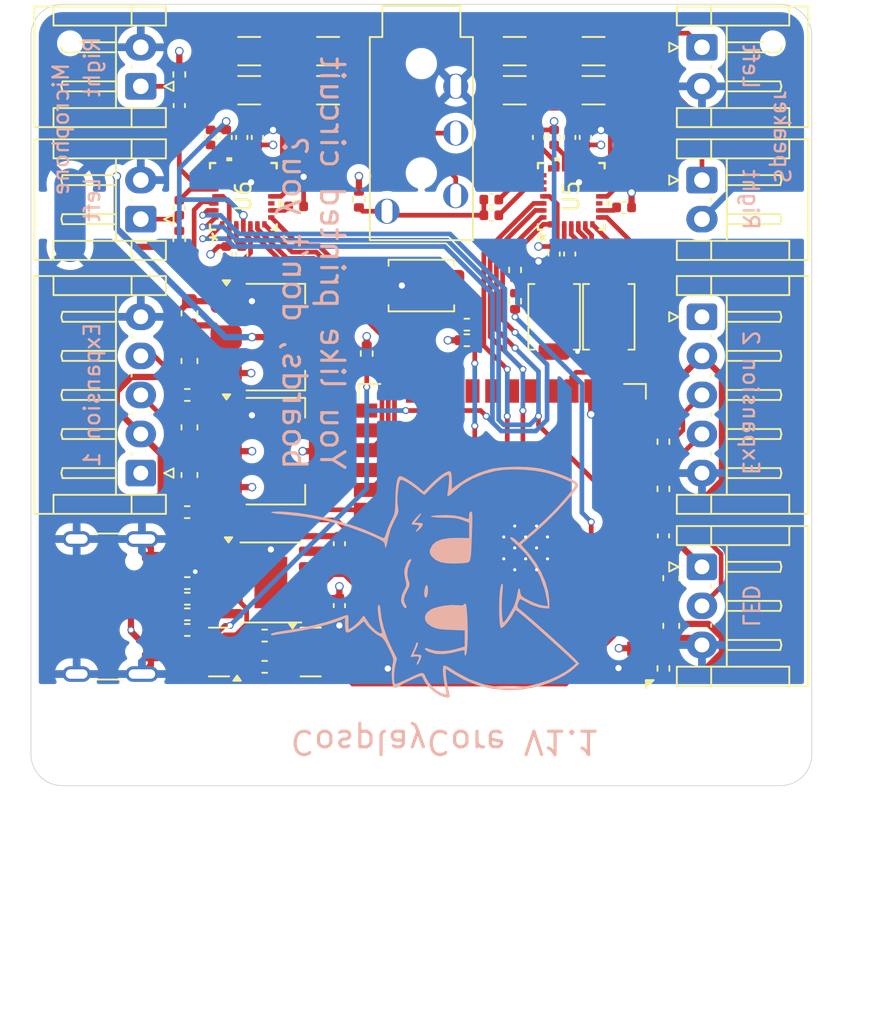
<source format=kicad_pcb>
(kicad_pcb (version 20241229) (generator "pcbnew") (generator_version "9.0")
  (layers (0 "F.Cu" signal) (4 "In1.Cu" signal) (6 "In2.Cu" signal) (2 "B.Cu" signal) (13 "F.Paste" user) (15 "B.Paste" user) (5 "F.SilkS" user "F.Silkscreen") (7 "B.SilkS" user "B.Silkscreen") (1 "F.Mask" user) (3 "B.Mask" user) (25 "Edge.Cuts" user))
  (net 0 "")
  (net 1 "+3V3D")
  (net 2 "GND")
  (net 3 "+5V")
  (net 4 "Net-(U2-V3)")
  (net 5 "+3V3A")
  (net 6 "GNDA")
  (net 7 "/Headset_Left")
  (net 8 "/Headset_Right")
  (net 9 "/Headset_Mic")
  (net 10 "Net-(U5-ROUT1)")
  (net 11 "Net-(U5-HPCOM)")
  (net 12 "/Mic_Left")
  (net 13 "/Mic_Right")
  (net 14 "/MOSI")
  (net 15 "Net-(U5-LOUT1)")
  (net 16 "Net-(U5-VMID)")
  (net 17 "/SPI_CLK")
  (net 18 "Net-(U5-VREF)")
  (net 19 "Net-(U5-LINPUT1)")
  (net 20 "Net-(U5-RINPUT1)")
  (net 21 "/GPIO0")
  (net 22 "/MCU_EN")
  (net 23 "/Ext->Int_Out")
  (net 24 "/Ext->Int_CLK")
  (net 25 "/Ext->Int_LRC")
  (net 27 "/Ext->Int_In")
  (net 28 "/Int->Ext_Select")
  (net 29 "/Int->Ext_LRC")
  (net 30 "Net-(J1-CC2)")
  (net 31 "/Int->Ext_Out")
  (net 32 "/Int->Ext_CLK")
  (net 33 "/Speaker_Right")
  (net 34 "/Int->Ext_In")
  (net 35 "/Speaker_Left")
  (net 36 "Net-(J1-D+-PadA6)")
  (net 38 "Net-(J1-D--PadA7)")
  (net 39 "Net-(J1-CC1)")
  (net 40 "/RTS")
  (net 41 "Net-(Q1-B)")
  (net 42 "/DTR")
  (net 43 "Net-(Q2-B)")
  (net 44 "/USB_D-")
  (net 45 "/USB_D+")
  (net 46 "/Prog_TX")
  (net 47 "/LED_Data")
  (net 49 "/Prog_RX")
  (net 55 "Net-(U6-ROUT1)")
  (net 56 "Net-(U6-HPCOM)")
  (net 57 "Net-(U6-LOUT1)")
  (net 58 "Net-(U6-VMID)")
  (net 59 "Net-(U6-VREF)")
  (net 60 "Net-(U6-LINPUT1)")
  (net 61 "Net-(U6-RINPUT1)")
  (net 67 "/Ext->Int_Select")
  (net 71 "unconnected-(U8-NC-Pad17)")
  (net 80 "/Gen_Button")
  (net 81 "Net-(R11-Pad1)")
  (net 82 "/Out_CLK1")
  (net 83 "/Out_DAT1")
  (net 84 "/Out_CLK2")
  (net 85 "/Out_DAT2")
  (net 86 "Net-(R18-Pad1)")
  (net 87 "Net-(R19-Pad1)")
  (footprint "MountingHole:ToolingHole_1.152mm" (layer "F.Cu") (at 170.5 123.5)
    (property "Reference" "H3" (hide yes))
    (property "Value" "ToolingHole")
  )
  (footprint "Connector_JST:JST_EH_S2B-EH_1x02_P2.50mm_Horizontal" (layer "F.Cu") (at 165.9675 87.25 -90)
    (property "Reference" "J7" (hide yes))
    (property "Value" "Right_Speaker")
  )
  (footprint "Capacitor_SMD:C_1206_3216Metric" (layer "F.Cu") (at 136.975 81.5 180)
    (property "Reference" "C30" (hide yes))
    (property "Value" "100u")
  )
  (footprint "Button_Switch_SMD:SW_SPST_TS-1088-xR020" (layer "F.Cu") (at 156.5 96 90)
    (property "Reference" "SW2" (hide yes))
    (property "Value" "SW_Push")
  )
  (footprint "Capacitor_SMD:C_0603_1608Metric" (layer "F.Cu") (at 133.15 106.125 -90)
    (property "Reference" "C1" (hide yes))
    (property "Value" "10u")
  )
  (footprint "Capacitor_SMD:C_1206_3216Metric" (layer "F.Cu") (at 159.025 81.5 180)
    (property "Reference" "C14" (hide yes))
    (property "Value" "100u")
  )
  (footprint "Capacitor_SMD:C_0402_1005Metric" (layer "F.Cu") (at 136.5 91.98 90)
    (property "Reference" "C28" (hide yes))
    (property "Value" "100n")
  )
  (footprint "Button_Switch_SMD:SW_SPST_TS-1088-xR020" (layer "F.Cu") (at 148 94)
    (property "Reference" "SW3" (hide yes))
    (property "Value" "SW_Push")
  )
  (footprint "Resistor_SMD:R_0402_1005Metric" (layer "F.Cu") (at 132.5 91.01 -90)
    (property "Reference" "R8" (hide yes))
    (property "Value" "10k")
  )
  (footprint "Capacitor_SMD:C_0402_1005Metric" (layer "F.Cu") (at 135.5 91.98 90)
    (property "Reference" "C25" (hide yes))
    (property "Value" "100n")
  )
  (footprint "Capacitor_SMD:C_1206_3216Metric" (layer "F.Cu") (at 159.025 79 180)
    (property "Reference" "C13" (hide yes))
    (property "Value" "100u")
  )
  (footprint "Resistor_SMD:R_0402_1005Metric" (layer "F.Cu") (at 150.91 97.5 180)
    (property "Reference" "R7" (hide yes))
    (property "Value" "51k")
  )
  (footprint "Capacitor_SMD:C_0402_1005Metric" (layer "F.Cu") (at 163.5 110.02 -90)
    (property "Reference" "C4" (hide yes))
    (property "Value" "100n")
  )
  (footprint "Connector_JST:JST_EH_S5B-EH_1x05_P2.50mm_Horizontal" (layer "F.Cu") (at 130.0325 106 90)
    (property "Reference" "J2" (hide yes))
    (property "Value" "I2C")
  )
  (footprint "Capacitor_SMD:C_0402_1005Metric" (layer "F.Cu") (at 157.5 84.52 -90)
    (property "Reference" "C23" (hide yes))
    (property "Value" "4.7u")
  )
  (footprint "Connector_JST:JST_EH_S2B-EH_1x02_P2.50mm_Horizontal" (layer "F.Cu") (at 165.9675 78.75 -90)
    (property "Reference" "J5" (hide yes))
    (property "Value" "Left_Speaker")
  )
  (footprint "Connector_JST:JST_EH_S2B-EH_1x02_P2.50mm_Horizontal" (layer "F.Cu") (at 130.0325 89.75 90)
    (property "Reference" "J4" (hide yes))
    (property "Value" "Left_Mic")
  )
  (footprint "Capacitor_SMD:C_0603_1608Metric" (layer "F.Cu") (at 133.15 95.775 -90)
    (property "Reference" "C40" (hide yes))
    (property "Value" "22u")
  )
  (footprint "Capacitor_SMD:C_0402_1005Metric" (layer "F.Cu") (at 135.5 84.52 -90)
    (property "Reference" "C33" (hide yes))
    (property "Value" "4.7u")
  )
  (footprint "Capacitor_SMD:C_0402_1005Metric" (layer "F.Cu") (at 156.5 91.98 90)
    (property "Reference" "C12" (hide yes))
    (property "Value" "100n")
  )
  (footprint "Resistor_SMD:R_0402_1005Metric" (layer "F.Cu") (at 163.5 103.99 90)
    (property "Reference" "R15" (hide yes))
    (property "Value" "5.1k" (hide yes))
  )
  (footprint "MountingHole:ToolingHole_1.152mm" (layer "F.Cu") (at 170.5 78.5)
    (property "Reference" "H5" (hide yes))
    (property "Value" "ToolingHole")
  )
  (footprint "Resistor_SMD:R_0402_1005Metric" (layer "F.Cu") (at 137.965 116.4)
    (property "Reference" "R5" (hide yes))
    (property "Value" "10k")
  )
  (footprint "Connector_USB:USB_C_Receptacle_GCT_USB4105-xx-A_16P_TopMnt_Horizontal" (layer "F.Cu") (at 127 114.54 -90)
    (property "Reference" "J1" (hide yes))
    (property "Value" "USB Port")
  )
  (footprint "Package_TO_SOT_SMD:SOT-223-3_TabPin2" (layer "F.Cu") (at 138.65 104.6)
    (property "Reference" "U1" (hide yes))
    (property "Value" "AMS1117-3.3")
  )
  (footprint "Capacitor_SMD:C_0402_1005Metric" (layer "F.Cu") (at 155.5 84.52 -90)
    (property "Reference" "C19" (hide yes))
    (property "Value" "4.7u")
  )
  (footprint "Capacitor_SMD:C_1206_3216Metric" (layer "F.Cu") (at 136.975 79 180)
    (property "Reference" "C31" (hide yes))
    (property "Value" "100u")
  )
  (footprint "Capacitor_SMD:C_0402_1005Metric" (layer "F.Cu") (at 152.48 89.5)
    (property "Reference" "C21" (hide yes))
    (property "Value" "1u")
  )
  (footprint "Capacitor_SMD:C_0402_1005Metric" (layer "F.Cu") (at 157.5 91.98 90)
    (property "Reference" "C15" (hide yes))
    (property "Value" "100n")
  )
  (footprint "Capacitor_SMD:C_1206_3216Metric" (layer "F.Cu") (at 153.975 79 180)
    (property "Reference" "C18" (hide yes))
    (property "Value" "100u")
  )
  (footprint "Resistor_SMD:R_0402_1005Metric" (layer "F.Cu") (at 144.5 98.348403 90)
    (property "Reference" "R14" (hide yes))
    (property "Value" "10k")
  )
  (footprint "Capacitor_SMD:C_0603_1608Metric" (layer "F.Cu") (at 164 115.775 -90)
    (property "Reference" "C10" (hide yes))
    (property "Value" "1u")
  )
  (footprint "Capacitor_SMD:C_0402_1005Metric" (layer "F.Cu") (at 156.5 84.52 -90)
    (property "Reference" "C20" (hide yes))
    (property "Value" "4.7u")
  )
  (footprint "Capacitor_SMD:C_0402_1005Metric" (layer "F.Cu") (at 142.75 110.52 90)
    (property "Reference" "C6" (hide yes))
    (property "Value" "100n")
  )
  (footprint "Capacitor_SMD:C_0402_1005Metric" (layer "F.Cu") (at 134.5 84.52 -90)
    (property "Reference" "C32" (hide yes))
    (property "Value" "4.7u")
  )
  (footprint "Capacitor_SMD:C_0402_1005Metric" (layer "F.Cu") (at 142.75 114.48 90)
    (property "Reference" "C5" (hide yes))
    (property "Value" "100n")
  )
  (footprint "Resistor_SMD:R_0402_1005Metric" (layer "F.Cu") (at 150.91 96.5)
    (property "Reference" "R11" (hide yes))
    (property "Value" "1k")
  )
  (footprint "Resistor_SMD:R_0402_1005Metric" (layer "F.Cu") (at 133.01 115.04)
    (property "Reference" "R2" (hide yes))
    (property "Value" "22")
  )
  (footprint "Package_SO:SSOP-10-1EP_3.9x4.9mm_P1mm_EP2.1x3.3mm" (layer "F.Cu") (at 138.3625 113)
    (property "Reference" "U2" (hide yes))
    (property "Value" "CH340K")
  )
  (footprint "MountingHole:ToolingHole_1.152mm" (layer "F.Cu") (at 125.5 123.5)
    (property "Reference" "H4" (hide yes))
    (property "Value" "ToolingHole")
  )
  (footprint "PJ-320A:PJ-320A" (layer "F.Cu") (at 150.2 76.095 -90)
    (property "Reference" "U4" (hide yes))
    (property "Value" "Headphone Jack")
  )
  (footprint "Package_TO_SOT_SMD:SOT-23" (layer "F.Cu") (at 135.0375 117.45 180)
    (property "Reference" "Q2" (hide yes))
    (property "Value" "MMBT3904")
  )
  (footprint "Capacitor_SMD:C_0402_1005Metric" (layer "F.Cu") (at 160.98 89)
    (property "Reference" "C16" (hide yes))
    (property "Value" "4.7u")
  )
  (footprint "Resistor_SMD:R_0402_1005Metric" (layer "F.Cu") (at 133 108.5 180)
    (property "Reference" "R17" (hide yes))
    (property "Value" "5.1k" (hide yes))
  )
  (footprint "RF_Module:ESP32-WROOM-32E" (layer "F.Cu") (at 153.17665 113.247678 180)
    (property "Reference" "U8" (hide yes))
    (property "Value" "ESP32-WROOM-32E")
  )
  (footprint "Connector_JST:JST_EH_S3B-EH_1x03_P2.50mm_Horizontal" (layer "F.Cu") (at 165.9675 112 -90)
    (property "Reference" "J3" (hide yes))
    (property "Value" "LED")
  )
  (footprint "Resistor_SMD:R_0402_1005Metric" (layer "F.Cu") (at 137.965 118.4 180)
    (property "Reference" "R6" (hide yes))
    (property "Value" "10k")
  )
  (footprint "footprints:QFN28_4X4_CIR" (layer "F.Cu") (at 157.599999 88.2907 90)
    (property "Reference" "U5")
    (property "Value" "WM8988LGECN/V")
  )
  (footprint "Capacitor_SMD:C_0402_1005Metric" (layer "F.Cu") (at 132.5 82.48 -90)
    (property "Reference" "C37" (hide yes))
    (property "Value" "1u")
  )
  (footprint "Connector_JST:JST_EH_S2B-EH_1x02_P2.50mm_Horizontal" (layer "F.Cu") (at 130.0325 81.25 90)
    (property "Reference" "J6" (hide yes))
    (property "Value" "Right_Mic")
  )
  (footprint "Capacitor_SMD:C_0402_1005Metric" (layer "F.Cu") (at 136.5 84.52 -90)
    (property "Reference" "C36" (hide yes))
    (property "Value" "4.7u")
  )
  (footprint "Resistor_SMD:R_0402_1005Metric" (layer "F.Cu") (at 132.5 80.49 90)
    (property "Reference" "R10" (hide yes))
    (property "Value" "10k")
  )
  (footprint "Package_TO_SOT_SMD:SOT-223-3_TabPin2" (layer "F.Cu") (at 138.65 97.3)
    (property "Reference" "U7" (hide yes))
    (property "Value" "AMS1117-3.3")
  )
  (footprint "footprints:QFN28_4X4_CIR" (layer "F.Cu") (at 136.599999 88.2907 90)
    (property "Reference" "U6")
    (property "Value" "WM8988LGECN/V")
  )
  (footprint "Resistor_SMD:R_0402_1005Metric" (layer "F.Cu") (at 163.5 107.01 90)
    (property "Reference" "R12" (hide yes))
    (property "Value" "5.1k" (hide yes))
  )
  (footprint "Resistor_SMD:R_0402_1005Metric" (layer "F.Cu") (at 144 88.49 -90)
    (property "Reference" "R9" (hide yes))
    (property "Value" "10k")
  )
  (footprint "Package_TO_SOT_SMD:SOT-23" (layer "F.Cu") (at 140.9125 117.45)
    (property "Reference" "Q1" (hide yes))
    (property "Value" "MMBT3904")
  )
  (footprint "Resistor_SMD:R_0402_1005Metric" (layer "F.Cu") (at 133.01 116.04)
    (property "Reference" "R4" (hide yes))
    (property "Value" "5.1k")
  )
  (footprint "Resistor_SMD:R_0402_1005Metric" (layer "F.Cu") (at 163.5 118.5 -90)
    (property "Reference" "R13" (hide yes))
    (property "Value" "10k")
  )
  (footprint "Capacitor_SMD:C_1206_3216Metric" (layer "F.Cu") (at 142.025 81.5 180)
    (property "Reference" "C27" (hide yes))
    (property "Value" "100u")
  )
  (footprint "Capacitor_SMD:C_0402_1005Metric" (layer "F.Cu") (at 152.48 88.5)
    (property "Reference" "C24" (hide yes))
    (property "Value" "1u")
  )
  (footprint "Resistor_SMD:R_0402_1005Metric" (layer "F.Cu") (at 154 95 -90)
    (property "Reference" "R19" (hide yes))
    (property "Value" "1k")
  )
  (footprint "Capacitor_SMD:C_0402_1005Metric" (layer "F.Cu") (at 158.5 84.52 -90)
    (property "Reference" "C22" (hide yes))
    (property "Value" "4.7u")
  )
  (footprint "Resistor_SMD:R_0402_1005Metric" (layer "F.Cu") (at 133.01 113.04)
    (property "Reference" "R3" (hide yes))
    (property "Value" "5.1k")
  )
  (footprint "Capacitor_SMD:C_0603_1608Metric" (layer "F.Cu") (at 164 112.725 -90)
    (property "Reference" "C9" (hide yes))
    (property "Value" "100n")
  )
  (footprint "Capacitor_SMD:C_0603_1608Metric" (layer "F.Cu") (at 133.15 103.075 -90)
    (property "Reference" "C3" (hide yes))
    (property "Value" "22u")
  )
  (footprint "Resistor_SMD:R_0402_1005Metric" (layer "F.Cu") (at 154 93 90)
    (property "Reference" "R18" (hide yes))
    (property "Value" "1k")
  )
  (footprint "Capacitor_SMD:C_0402_1005Metric" (layer "F.Cu") (at 132.5 89.02 90)
    (property "Reference" "C34" (hide yes))
    (property "Value" "1u")
  )
  (footprint "MountingHole:ToolingHole_1.152mm" (layer "F.Cu") (at 125.5 78.5)
    (property "Reference" "H2" (hide yes))
    (property "Value" "ToolingHole")
  )
  (footprint "Resistor_SMD:R_0402_1005Metric" (layer "F.Cu") (at 133.01 114.04)
    (property "Reference" "R1" (hide yes))
    (property "Value" "22")
  )
  (footprint "Capacitor_SMD:C_1206_3216Metric" (layer "F.Cu") (at 153.975 81.5 180)
    (property "Reference" "C17" (hide yes))
    (property "Value" "100u")
  )
  (footprint "Button_Switch_SMD:SW_SPST_TS-1088-xR020" (layer "F.Cu") (at 160 96 90)
    (property "Reference" "SW1" (hide yes))
    (property "Value" "SW_Push")
  )
  (footprint "Connector_JST:JST_EH_S5B-EH_1x05_P2.50mm_Horizontal" (layer "F.Cu") (at 165.9675 96 -90)
    (property "Reference" "J8" (hide yes))
    (property "Value" "I2C")
  )
  (footprint "Capacitor_SMD:C_1206_3216Metric" (layer "F.Cu") (at 142.025 79 180)
    (property "Reference" "C26" (hide yes))
    (property "Value" "100u")
  )
  (footprint "Capacitor_SMD:C_0603_1608Metric" (layer "F.Cu") (at 133.15 98.825 -90)
    (property "Reference" "C39" (hide yes))
    (property "Value" "10u")
  )
  (footprint "Resistor_SMD:R_0402_1005Metric" (layer "F.Cu") (at 133.01 101)
    (property "Reference" "R16" (hide yes))
    (property "Value" "5.1k" (hide yes))
  )
  (footprint "Capacitor_SMD:C_0402_1005Metric" (layer "F.Cu") (at 139.98 88.931199)
    (property "Reference" "C29" (hide yes))
    (property "Value" "4.7u")
  )
  (footprint "Capacitor_SMD:C_0402_1005Metric" (layer "F.Cu") (at 137.5 84.52 -90)
    (property "Reference" "C35" (hide yes))
    (property "Value" "4.7u")
  )
  (footprint "NetTie:NetTie-2_SMD_Pad2.0mm" (layer "B.Cu") (at 125.5 89.5 90)
    (property "Reference" "NT2" (hide yes))
    (property "Value" "NetTie_2" (hide yes))
  )
  (footprint "LOGO" (layer "B.Cu") (at 149 113 90)
    (property "Reference" "G***" (hide yes))
    (property "Value" "LOGO" (hide yes))
  )
  (gr_line (start 173 78) (end 173 124) (stroke (width 0.05)) (layer "Edge.Cuts"))
  (gr_arc (start 171 76) (mid 172.414214 76.585786) (end 173 78) (stroke (width 0.05)) (layer "Edge.Cuts"))
  (gr_line (start 123 124) (end 123 78) (stroke (width 0.05)) (layer "Edge.Cuts"))
  (gr_arc (start 125 126) (mid 123.585786 125.414214) (end 123 124) (stroke (width 0.05)) (layer "Edge.Cuts"))
  (gr_arc (start 123 78) (mid 123.585786 76.585786) (end 125 76) (stroke (width 0.05)) (layer "Edge.Cuts"))
  (gr_line (start 125 76) (end 171 76) (stroke (width 0.05)) (layer "Edge.Cuts"))
  (gr_line (start 171 126) (end 125 126) (stroke (width 0.05)) (layer "Edge.Cuts"))
  (gr_arc (start 173 124) (mid 172.414214 125.414214) (end 171 126) (stroke (width 0.05)) (layer "Edge.Cuts"))
  (gr_text "Right" (at 168.5 88.5 270) (layer "B.SilkS") (effects (font (size 1 1)) (justify bottom mirror)))
  (gr_text "Left" (at 127.5 88.5 90) (layer "B.SilkS") (effects (font (size 1 1)) (justify bottom mirror)))
  (gr_text "Speaker" (at 170.5 84.5 270) (layer "B.SilkS") (effects (font (size 1 1)) (justify bottom mirror)))
  (gr_text "CosplayCore V1.1" (at 139.5 122.325 180) (layer "B.SilkS") (effects (font (size 1.5 1.5) (thickness 0.2)) (justify left bottom mirror)))
  (gr_text "LED" (at 168.5 114.5 270) (layer "B.SilkS") (effects (font (size 1 1)) (justify bottom mirror)))
  (gr_text "Left" (at 168.5 80 270) (layer "B.SilkS") (effects (font (size 1 1)) (justify bottom mirror)))
  (gr_text "You like printed circuit\nboards, don't you?" (at 139 105.91 270) (layer "B.SilkS") (effects (font (size 1.5 1.5) (thickness 0.2)) (justify left bottom mirror)))
  (gr_text "Right" (at 127.5 80 90) (layer "B.SilkS") (effects (font (size 1 1)) (justify bottom mirror)))
  (gr_text "Expansion 2" (at 168.5 101.5 270) (layer "B.SilkS") (effects (font (size 1 1)) (justify bottom mirror)))
  (gr_text "Microphone" (at 125.5 84 90) (layer "B.SilkS") (effects (font (size 1 1)) (justify bottom mirror)))
  (gr_text "Expansion 1" (at 127.5 101 90) (layer "B.SilkS") (effects (font (size 1 1)) (justify bottom mirror)))
  (segment (start 167.2435 106.47676) (end 167.2435 99.776) (width 0.4) (layer "F.Cu") (net 1))
  (segment (start 160.65 117.208403) (end 162 117.208403) (width 0.4) (layer "F.Cu") (net 1))
  (segment (start 144.5 97.838403) (end 144.5 97.25) (width 0.4) (layer "F.Cu") (net 1))
  (segment (start 164 115) (end 164.651 115.651) (width 0.4) (layer "F.Cu") (net 1))
  (segment (start 165.71026 119.01) (end 163.5 119.01) (width 0.4) (layer "F.Cu") (net 1))
  (segment (start 135.699998 90.0814) (end 135.699998 91.300002) (width 0.3) (layer "F.Cu") (net 1))
  (segment (start 161.92665 117.237678) (end 162.237678 117.237678) (width 0.2) (layer "F.Cu") (net 1))
  (segment (start 156.699998 88.786498) (end 156.699998 90.0814) (width 0.3) (layer "F.Cu") (net 1))
  (segment (start 163.5 100.9675) (end 165.9675 98.5) (width 0.4) (layer "F.Cu") (net 1))
  (segment (start 141 114) (end 142.75 114) (width 0.4) (layer "F.Cu") (net 1))
  (segment (start 133.15 103.85) (end 134.75 103.85) (width 0.4) (layer "F.Cu") (net 1))
  (segment (start 135.699998 91.300002) (end 135.5 91.5) (width 0.3) (layer "F.Cu") (net 1))
  (segment (start 128.5 101.9675) (end 130.0325 103.5) (width 0.4) (layer "F.Cu") (net 1))
  (segment (start 156.5 91.5) (end 155.5 91.5) (width 0.3) (layer "F.Cu") (net 1))
  (segment (start 135.699998 88.699998) (end 135.699998 90.0814) (width 0.3) (layer "F.Cu") (net 1))
  (segment (start 136.15 90.0814) (end 136.15 91.15) (width 0.3) (layer "F.Cu") (net 1))
  (segment (start 162.979 118.489) (end 163.5 119.01) (width 0.2) (layer "F.Cu") (net 1))
  (segment (start 156.699998 91.300002) (end 156.5 91.5) (width 0.3) (layer "F.Cu") (net 1))
  (segment (start 167.2435 99.776) (end 165.9675 98.5) (width 0.4) (layer "F.Cu") (net 1))
  (segment (start 166.20026 107.52) (end 167.2435 106.47676) (width 0.4) (layer "F.Cu") (net 1))
  (segment (start 156.699998 90.0814) (end 156.699998 91.300002) (width 0.3) (layer "F.Cu") (net 1))
  (segment (start 131.349 99.849) (end 129.43074 99.849) (width 0.4) (layer "F.Cu") (net 1))
  (segment (start 134.809299 88.2907) (end 135.2907 88.2907) (width 0.3) (layer "F.Cu") (net 1))
  (segment (start 132.49 108.5) (end 131.3085 107.3185) (width 0.4) (layer "F.Cu") (net 1))
  (segment (start 162.979 117.979) (end 162.979 118.489) (width 0.2) (layer "F.Cu") (net 1))
  (segment (start 163.5 103.48) (end 163.5 100.9675) (width 0.4) (layer "F.Cu") (net 1))
  (segment (start 167.2435 117.47676) (end 165.71026 119.01) (width 0.4) (layer "F.Cu") (net 1))
  (segment (start 164 113.5) (end 164 115) (width 0.4) (layer "F.Cu") (net 1))
  (segment (start 155.809299 88.2907) (end 156.2042 88.2907) (width 0.3) (layer "F.Cu") (net 1))
  (segment (start 156.5 91.5) (end 157.5 91.5) (width 0.3) (layer "F.Cu") (net 1))
  (segment (start 135.2907 88.2907) (end 135.699998 88.699998) (width 0.3) (layer "F.Cu") (net 1))
  (segment (start 135.5 91.5) (end 135 91.5) (width 0.3) (layer "F.Cu") (net 1))
  (segment (start 157.15 90.0814) (end 157.15 91.15) (width 0.3) (layer "F.Cu") (net 1))
  (segment (start 135 91.5) (end 134.5 92) (width 0.3) (layer "F.Cu") (net 1))
  (segment (start 136.5 91.5) (end 135.5 91.5) (width 0.3) (layer "F.Cu") (net 1))
  (segment (start 135.5 104.6) (end 137.15 104.6) (width 0.4) (layer "F.Cu") (net 1))
  (segment (start 131.3085 104.776) (end 130.0325 103.5) (width 0.4) (layer "F.Cu") (net 1))
  (segment (start 142.75 114) (end 142.75 113.25) (width 0.4) (layer "F.Cu") (net 1))
  (segment (start 129.43074 99.849) (end 128.5 100.77974) (width 0.4) (layer "F.Cu") (net 1))
  (segment (start 131.3085 107.3185) (end 131.3085 104.776) (width 0.4) (layer "F.Cu") (net 1))
  (segment (start 157.15 91.15) (end 157.5 91.5) (width 0.3) (layer "F.Cu") (net 1))
  (segment (start 128.5 100.77974) (end 128.5 101.9675) (width 0.4) (layer "F.Cu") (net 1))
  (segment (start 166.37126 115.651) (end 167.2435 116.52324) (width 0.4) (layer "F.Cu") (net 1))
  (segment (start 136.15 91.15) (end 136.5 91.5) (width 0.3) (layer "F.Cu") (net 1))
  (segment (start 140.4 104.6) (end 141.8 104.6) (width 0.4) (layer "F.Cu") (net 1))
  (segment (start 163.5 107.52) (end 166.20026 107.52) (width 0.4) (layer "F.Cu") (net 1))
  (segment (start 156.2042 88.2907) (end 156.699998 88.786498) (width 0.3) (layer "F.Cu") (net 1))
  (segment (start 132.5 101) (end 131.349 99.849) (width 0.4) (layer "F.Cu") (net 1))
  (segment (start 149.7 97.5) (end 150.4 97.5) (width 0.4) (layer "F.Cu") (net 1))
  (segment (start 167.2435 116.52324) (end 167.2435 117.47676) (width 0.4) (layer "F.Cu") (net 1))
  (segment (start 134.75 103.85) (end 135.5 104.6) (width 0.4) (layer "F.Cu") (net 1))
  (segment (start 162.237678 117.237678) (end 162.979 117.979) (width 0.2) (layer "F.Cu") (net 1))
  (segment (start 164.651 115.651) (end 166.37126 115.651) (width 0.4) (layer "F.Cu") (net 1))
  (via (at 140.4 104.6) (size 0.55) (drill 0.4) (layers "F.Cu" "B.Cu") (net 1))
  (via (at 155.5 91.5) (size 0.55) (drill 0.4) (layers "F.Cu" "B.Cu") (net 1))
  (via (at 149.7 97.5) (size 0.55) (drill 0.4) (layers "F.Cu" "B.Cu") (net 1))
  (via (at 144.5 97.25) (size 0.55) (drill 0.4) (layers "F.Cu" "B.Cu") (net 1))
  (via (at 137.15 104.6) (size 0.55) (drill 0.4) (layers "F.Cu" "B.Cu") (net 1))
  (via (at 160.65 117.208403) (size 0.55) (drill 0.4) (layers "F.Cu" "B.Cu") (net 1))
  (via (at 142.75 113.25) (size 0.55) (drill 0.4) (layers "F.Cu" "B.Cu") (net 1))
  (via (at 134.5 92) (size 0.55) (drill 0.4) (layers "F.Cu" "B.Cu") (net 1))
  (segment (start 157.599999 90.0814) (end 157.599999 90.733161) (width 0.3) (layer "F.Cu") (net 2))
  (segment (start 133.15 102.3) (end 135.5 102.3) (width 0.4) (layer "F.Cu") (net 2))
  (segment (start 164 116.55) (end 165.5175 116.55) (width 0.4) (layer "F.Cu") (net 2))
  (segment (start 145.848403 118.51) (end 144.419122 118.51) (width 0.4) (layer "F.Cu") (net 2))
  (segment (start 137.061 91.061) (end 136.75 90.75) (width 0.3) (layer "F.Cu") (net 2))
  (segment (start 136.75 90.75) (end 136.599999 90.599999) (width 0.3) (layer "F.Cu") (net 2))
  (segment (start 132.374 97.274) (end 132.374 95.776) (width 0.4) (layer "F.Cu") (net 2))
  (segment (start 138.3625 110.8875) (end 138.3625 113) (width 0.4) (layer "F.Cu") (net 2))
  (segment (start 155.5 84.04) (end 156.5 84.04) (width 0.3) (layer "F.Cu") (net 2))
  (segment (start 133.15 95) (end 135.5 95) (width 0.4) (layer "F.Cu") (net 2))
  (segment (start 130.68 117.74) (end 130.68 118.285) (width 0.4) (layer "F.Cu") (net 2))
  (segment (start 136.5 92.46) (end 137.061 91.899) (width 0.3) (layer "F.Cu") (net 2))
  (segment (start 157.54 92.5) (end 157.5 92.46) (width 0.4) (layer "F.Cu") (net 2))
  (segment (start 132.95 102.1) (end 133.15 102.3) (width 0.4) (layer "F.Cu") (net 2))
  (segment (start 132.85 102.6) (end 133.15 102.3) (width 0.4) (layer "F.Cu") (net 2))
  (segment (start 157.5 92.46) (end 156.5 92.46) (width 0.3) (layer "F.Cu") (net 2))
  (segment (start 133.52 116.04) (end 134.5865 114.9735) (width 0.4) (layer "F.Cu") (net 2))
  (segment (start 137.061 91.899) (end 137.061 91.061) (width 0.3) (layer "F.Cu") (net 2))
  (segment (start 142.75 110.04) (end 139.21 110.04) (width 0.4) (layer "F.Cu") (net 2))
  (segment (start 132.374 95.776) (end 133.15 95) (width 0.4) (layer "F.Cu") (net 2))
  (segment (start 158 98.225) (end 160 98.225) (width 0.4) (layer "F.Cu") (net 2))
  (segment (start 135.5 102.3) (end 137.15 102.3) (width 0.4) (layer "F.Cu") (net 2))
  (segment (start 162.28 118.758403) (end 162 118.478403) (width 0.4) (layer "F.Cu") (net 2))
  (segment (start 136.599999 89.5) (end 136.599999 90.0814) (width 0.3) (layer "F.Cu") (net 2))
  (segment (start 133.15 105.35) (end 132.374 104.574) (width 0.4) (layer "F.Cu") (net 2))
  (segment (start 134.5865 113.659032) (end 135.245532 113) (width 0.4) (layer "F.Cu") (net 2))
  (segment (start 156.5 84.04) (end 156.5 83.5) (width 0.3) (layer "F.Cu") (net 2))
  (segment (start 163.5 110.5) (end 163.5 111.45) (width 0.4) (layer "F.Cu") (net 2))
  (segment (start 130.68 111.34) (end 130.68 110.795) (width 0.4) (layer "F.Cu") (net 2))
  (segment (start 132.374 104.574) (end 132.374 103.076) (width 0.4) (layer "F.Cu") (net 2))
  (segment (start 139.21 110.04) (end 138.3625 110.8875) (width 0.4) (layer "F.Cu") (net 2))
  (segment (start 158.061 91.899) (end 157.5 92.46) (width 0.3) (layer "F.Cu") (net 2))
  (segment (start 130.68 118.285) (end 130.105 118.86) (width 0.4) (layer "F.Cu") (net 2))
  (segment (start 158.061 91.194162) (end 158.061 91.899) (width 0.3) (layer "F.Cu") (net 2))
  (segment (start 134.5 84.04) (end 135.5 84.04) (width 0.3) (layer "F.Cu") (net 2))
  (segment (start 163.224 115.774) (end 164 116.55) (width 0.4) (layer "F.Cu") (net 2))
  (segment (start 135.245532 113) (end 135.725 113) (width 0.4) (layer "F.Cu") (net 2))
  (segment (start 158.879122 102.237525) (end 158.879122 100.75) (width 0.4) (layer "F.Cu") (net 2))
  (segment (start 162.16 118.318403) (end 162 118.478403) (width 0.4) (layer "F.Cu") (net 2))
  (segment (start 155.5 92.46) (end 156.5 92.46) (width 0.3) (layer "F.Cu") (net 2))
  (segment (start 130.68 110.795) (end 130.105 110.22) (width 0.4) (layer "F.Cu") (net 2))
  (segment (start 145.775 94) (end 146.75 94) (width 0.3) (layer "F.Cu") (net 2))
  (segment (start 135.725 113) (end 138.3625 113) (width 0.4) (layer "F.Cu") (net 2))
  (segment (start 145.775 94) (end 145.5 94) (width 0.3) (layer "F.Cu") (net 2))
  (segment (start 157.599999 90.733161) (end 158.061 91.194162) (width 0.3) (layer "F.Cu") (net 2))
  (segment (start 135.5 84.04) (end 135.5 83.5) (width 0.3) (layer "F.Cu") (net 2))
  (segment (start 135.5 92.46) (end 136.5 92.46) (width 0.3) (layer "F.Cu") (net 2))
  (segment (start 163.224 112.726) (end 163.224 115.774) (width 0.4) (layer "F.Cu") (net 2))
  (segment (start 164 111.95) (end 163.224 112.726) (width 0.4) (layer "F.Cu") (net 2))
  (segment (start 142.75 114.96) (end 142.75 115.75) (width 0.4) (layer "F.Cu") (net 2))
  (segment (start 156.5 98.225) (end 158 98.225) (width 0.4) (layer "F.Cu") (net 2))
  (segment (start 137.15 95) (end 135.5 95) (width 0.4) (layer "F.Cu") (net 2))
  (segment (start 160.62 118.478403) (end 162 118.478403) (width 0.4) (layer "F.Cu") (net 2))
  (segment (start 132.374 103.076) (end 133.15 102.3) (width 0.4) (layer "F.Cu") (net 2))
  (segment (start 136.599999 90.599999) (end 136.599999 90.0814) (width 0.3) (layer "F.Cu") (net 2))
  (segment (start 133.15 98.05) (end 132.374 97.274) (width 0.4) (layer "F.Cu") (net 2))
  (segment (start 163.5 111.45) (end 164 111.95) (width 0.4) (layer "F.Cu") (net 2))
  (segment (start 134.5865 114.9735) (end 134.5865 113.659032) (width 0.4) (layer "F.Cu") (net 2))
  (segment (start 165.5175 116.55) (end 165.9675 117) (width 0.4) (layer "F.Cu") (net 2))
  (segment (start 133.52 112.31) (end 133.52 113.04) (width 0.4) (layer "F.Cu") (net 2))
  (via (at 155.5 92.46) (size 0.55) (drill 0.4) (layers "F.Cu" "B.Cu") (net 2))
  (via (at 158.879122 102.237525) (size 0.55) (drill 0.4) (layers "F.Cu" "B.Cu") (net 2))
  (via (at 142.75 115.75) (size 0.55) (drill 0.4) (layers "F.Cu" "B.Cu") (net 2))
  (via (at 138.3625 110.8875) (size 0.55) (drill 0.4) (layers "F.Cu" "B.Cu") (net 2))
  (via (at 135.5 83.5) (size 0.55) (drill 0.4) (layers "F.Cu" "B.Cu") (net 2))
  (via (at 137.15 102.3) (size 0.55) (drill 0.4) (layers "F.Cu" "B.Cu") (net 2))
  (via (at 158 98.225) (size 0.45) (drill 0.3) (layers "F.Cu" "B.Cu") (net 2))
  (via (at 156.5 83.5) (size 0.55) (drill 0.4) (layers "F.Cu" "B.Cu") (net 2))
  (via (at 160.62 118.478403) (size 0.55) (drill 0.4) (layers "F.Cu" "B.Cu") (net 2))
  (via (at 136.599999 89.5) (size 0.55) (drill 0.4) (layers "F.Cu" "B.Cu") (net 2))
  (via (at 146.75 94) (size 0.55) (drill 0.4) (layers "F.Cu" "B.Cu") (net 2))
  (via (at 145.848403 118.51) (size 0.55) (drill 0.4) (layers "F.Cu" "B.Cu") (net 2))
  (via (at 137.15 95) (size 0.55) (drill 0.4) (layers "F.Cu" "B.Cu") (net 2))
  (via (at 133.52 112.31) (size 0.45) (drill 0.3) (layers "F.Cu" "B.Cu") (net 2))
  (segment (start 132.5 88.5) (end 132.5 91) (width 0.3) (layer "B.Cu") (net 2))
  (segment (start 135.599999 88.5) (end 132.5 88.5) (width 0.3) (layer "B.Cu") (net 2))
  (segment (start 156.5 83.5) (end 156.5 90.5) (width 0.3) (layer "B.Cu") (net 2))
  (segment (start 156.5 90.5) (end 156.5 91.5) (width 0.3) (layer "B.Cu") (net 2))
  (segment (start 135.5 83.5) (end 132.5 86.5) (width 0.3) (layer "B.Cu") (net 2))
  (segment (start 136.599999 89.5) (end 135.599999 88.5) (width 0.3) (layer "B.Cu") (net 2))
  (segment (start 132.5 86.5) (end 132.5 88.5) (width 0.3) (layer "B.Cu") (net 2))
  (segment (start 133.15 99.6) (end 135.5 99.6) (width 0.4) (layer "F.Cu") (net 3))
  (segment (start 135.5 106.9) (end 133.15 106.9) (width 0.4) (layer "F.Cu") (net 3))
  (segment (start 130.68 112.14) (end 130.221176 112.14) (width 0.4) (layer "F.Cu") (net 3))
  (segment (start 137.1 99.6) (end 135.5 99.6) (width 0.4) (layer "F.Cu") (net 3))
  (segment (start 135.5 106.9) (end 137.15 106.9) (width 0.4) (layer "F.Cu") (net 3))
  (segment (start 165.9675 112) (end 165.96 112) (width 0.4) (layer "F.Cu") (net 3))
  (segment (start 129.403 112.958176) (end 129.403 116.04) (width 0.4) (layer "F.Cu") (net 3))
  (segment (start 130.221176 112.14) (end 129.403 112.958176) (width 0.4) (layer "F.Cu") (net 3))
  (segment (start 129.403 116.04) (end 129.403 116.13057) (width 0.4) (layer "F.Cu") (net 3))
  (segment (start 130.68 112.14) (end 131.35 112.14) (width 0.4) (layer "F.Cu") (net 3))
  (segment (start 129.403 116.13057) (end 130.21243 116.94) (width 0.4) (layer "F.Cu") (net 3))
  (segment (start 133.225 106.975) (end 133.15 106.9) (width 0.4) (layer "F.Cu") (net 3))
  (segment (start 130.21243 116.94) (end 130.68 116.94) (width 0.4) (layer "F.Cu") (net 3))
  (segment (start 165.96 112) (end 163.5 109.54) (width 0.4) (layer "F.Cu") (net 3))
  (segment (start 130.0325 106) (end 130.225 106) (width 0.4) (layer "F.Cu") (net 3))
  (via (at 137.1 99.6) (size 0.55) (drill 0.4) (layers "F.Cu" "B.Cu") (net 3))
  (via (at 137.15 106.9) (size 0.55) (drill 0.4) (layers "F.Cu" "B.Cu") (net 3))
  (via (at 129.403 116.04) (size 0.45) (drill 0.3) (layers "F.Cu" "B.Cu") (net 3))
  (segment (start 142.75 111) (end 141 111) (width 0.3) (layer "F.Cu") (net 4))
  (segment (start 133.15 96.55) (end 134.75 96.55) (width 0.4) (layer "F.Cu") (net 5))
  (segment (start 134.75 96.55) (end 135.5 97.3) (width 0.4) (layer "F.Cu") (net 5))
  (segment (start 158.5 85) (end 159.5 85) (width 0.3) (layer "F.Cu") (net 5))
  (segment (start 158.049998 85.549998) (end 157.5 85) (width 0.3) (layer "F.Cu") (net 5))
  (segment (start 137.5 97.3) (end 141.8 97.3) (width 0.4) (layer "F.Cu") (net 5))
  (segment (start 136.5 85) (end 137.5 85) (width 0.3) (layer "F.Cu") (net 5))
  (segment (start 137.5 85) (end 138.5 85) (width 0.3) (layer "F.Cu") (net 5))
  (segment (start 129.66634 91.52) (end 128.5 90.35366) (width 0.4) (layer "F.Cu") (net 5))
  (segment (start 137.5 86.5) (end 137.5 85) (width 0.3) (layer "F.Cu") (net 5))
  (segment (start 137.049998 86.5) (end 137.049998 85.549998) (width 0.3) (layer "F.Cu") (net 5))
  (segment (start 158.5 85) (end 158.5 86.5) (width 0.3) (layer "F.Cu") (net 5))
  (segment (start 158.049998 86.5) (end 158.049998 85.549998) (width 0.3) (layer "F.Cu") (net 5))
  (segment (start 132.5 91.52) (end 129.66634 91.52) (width 0.4) (layer "F.Cu") (net 5))
  (segment (start 135.5 97.3) (end 137.5 97.3) (width 0.4) (layer "F.Cu") (net 5))
  (segment (start 128.5 90.35366) (end 128.5 87) (width 0.4) (layer "F.Cu") (net 5))
  (segment (start 132.5 79.98) (end 132.5 79) (width 0.4) (layer "F.Cu") (net 5))
  (segment (start 137.049998 85.549998) (end 136.5 85) (width 0.3) (layer "F.Cu") (net 5))
  (segment (start 144 87.98) (end 144 87) (width 0.4) (layer "F.Cu") (net 5))
  (segment (start 157.5 85) (end 158.5 85) (width 0.3) (layer "F.Cu") (net 5))
  (via (at 144 87) (size 0.55) (drill 0.4) (layers "F.Cu" "B.Cu") (net 5))
  (via (at 137.15 97.3) (size 0.55) (drill 0.4) (layers "F.Cu" "B.Cu") (net 5))
  (via (at 132.5 79) (size 0.55) (drill 0.4) (layers "F.Cu" "B.Cu") (net 5))
  (via (at 159.5 85) (size 0.55) (drill 0.4) (layers "F.Cu" "B.Cu") (net 5))
  (via (at 128.5 87) (size 0.55) (drill 0.4) (layers "F.Cu" "B.Cu") (net 5))
  (via (at 138.5 85) (size 0.55) (drill 0.4) (layers "F.Cu" "B.Cu") (net 5))
  (segment (start 135.44634 97.3) (end 128.5 90.35366) (width 0.4) (layer "B.Cu") (net 5))
  (segment (start 128.5 90.35366) (end 128.5 87) (width 0.4) (layer "B.Cu") (net 5))
  (segment (start 137.15 97.3) (end 135.44634 97.3) (width 0.4) (layer "B.Cu") (net 5))
  (segment (start 137.5 84.04) (end 138.5 84.04) (width 0.3) (layer "F.Cu") (net 6))
  (segment (start 159.5 84.04) (end 158.5 84.04) (width 0.3) (layer "F.Cu") (net 6))
  (segment (start 157.599999 86.5) (end 157.599999 86.894901) (width 0.3) (layer "F.Cu") (net 6))
  (segment (start 158.095797 87.390699) (end 159.390699 87.390699) (width 0.3) (layer "F.Cu") (net 6))
  (segment (start 138.5 84) (end 138.5 84.04) (width 0.3) (layer "F.Cu") (net 6))
  (segment (start 136.599999 86.894901) (end 137.095797 87.390699) (width 0.3) (layer "F.Cu") (net 6))
  (segment (start 136.599999 86.5) (end 136.599999 86.894901) (width 0.3) (layer "F.Cu") (net 6))
  (segment (start 137.095797 87.390699) (end 138.390699 87.390699) (width 0.3) (layer "F.Cu") (net 6))
  (segment (start 157.599999 86.894901) (end 158.095797 87.390699) (width 0.3) (layer "F.Cu") (net 6))
  (segment (start 161.46 88.04) (end 161.46 89) (width 0.4) (layer "F.Cu") (net 6))
  (segment (start 137.5 84.04) (end 136.5 84.04) (width 0.3) (layer "F.Cu") (net 6))
  (segment (start 140.46 87.04) (end 140.46 88.931199) (width 0.3) (layer "F.Cu") (net 6))
  (segment (start 157.5 84.04) (end 158.5 84.04) (width 0.3) (layer "F.Cu") (net 6))
  (via (at 159.5 84.04) (size 0.55) (drill 0.4) (layers "F.Cu" "B.Cu") (net 6))
  (via (at 138.5 84.04) (size 0.55) (drill 0.4) (layers "F.Cu" "B.Cu") (net 6))
  (via (at 137.095797 87.390699) (size 0.55) (drill 0.4) (layers "F.Cu" "B.Cu") (net 6))
  (via (at 161.46 88.04) (size 0.55) (drill 0.4) (layers "F.Cu" "B.Cu") (net 6))
  (via (at 158.095797 87.390699) (size 0.55) (drill 0.4) (layers "F.Cu" "B.Cu") (net 6))
  (via (at 140.46 87.04) (size 0.55) (drill 0.4) (layers "F.Cu" "B.Cu") (net 6))
  (segment (start 165.9675 89.75) (end 168 87.7175) (width 0.4) (layer "B.Cu") (net 6))
  (segment (start 168 87.7175) (end 168 87) (width 0.4) (layer "B.Cu") (net 6))
  (segment (start 143.309552 83) (end 145 83) (width 0.3) (layer "F.Cu") (net 7))
  (segment (start 142.5 79.259552) (end 142.5 82.190448) (width 0.3) (layer "F.Cu") (net 7))
  (segment (start 146.646 84.646) (end 147.73237 84.646) (width 0.3) (layer "F.Cu") (net 7))
  (segment (start 141.089448 77.849) (end 142.5 79.259552) (width 0.3) (layer "F.Cu") (net 7))
  (segment (start 150.2 87.11363) (end 150.2 88.245) (width 0.3) (layer "F.Cu") (net 7))
  (segment (start 139.601 77.849) (end 141.089448 77.849) (width 0.3) (layer "F.Cu") (net 7))
  (segment (start 145 83) (end 146.646 84.646) (width 0.3) (layer "F.Cu") (net 7))
  (segment (start 138.45 79) (end 138.45 81.5) (width 0.3) (layer "F.Cu") (net 7))
  (segment (start 138.45 79) (end 139.601 77.849) (width 0.3) (layer "F.Cu") (net 7))
  (segment (start 147.73237 84.646) (end 150.2 87.11363) (width 0.3) (layer "F.Cu") (net 7))
  (segment (start 142.5 82.190448) (end 143.309552 83) (width 0.3) (layer "F.Cu") (net 7))
  (segment (start 143.5 79) (end 143.5 81.5) (width 0.3) (layer "F.Cu") (net 8))
  (segment (start 143.5 81.5) (end 144.5 81.5) (width 0.3) (layer "F.Cu") (net 8))
  (segment (start 144.5 81.5) (end 147.245 84.245) (width 0.3) (layer "F.Cu") (net 8))
  (segment (start 147.245 84.245) (end 150.2 84.245) (width 0.3) (layer "F.Cu") (net 8))
  (segment (start 145.8 89.245) (end 144.245 89.245) (width 0.3) (layer "F.Cu") (net 9))
  (segment (start 144.245 89.245) (end 144 89) (width 0.3) (layer "F.Cu") (net 9))
  (segment (start 152 89.5) (end 152 88.5) (width 0.3) (layer "F.Cu") (net 9))
  (segment (start 146.055 89.5) (end 152 89.5) (width 0.3) (layer "F.Cu") (net 9))
  (segment (start 145.8 89.245) (end 146.055 89.5) (width 0.3) (layer "F.Cu") (net 9))
  (segment (start 157.55 79) (end 157.55 81.5) (width 0.3) (layer "F.Cu") (net 10))
  (segment (start 159.390699 88.2907) (end 159.902698 88.2907) (width 0.3) (layer "F.Cu") (net 10))
  (segment (start 158.55 81.5) (end 157.55 81.5) (width 0.3) (layer "F.Cu") (net 10))
  (segment (start 160.502 87.691398) (end 160.502 83.452) (width 0.3) (layer "F.Cu") (net 10))
  (segment (start 160.502 83.452) (end 158.55 81.5) (width 0.3) (layer "F.Cu") (net 10))
  (segment (start 159.902698 88.2907) (end 160.502 87.691398) (width 0.3) (layer "F.Cu") (net 10))
  (segment (start 159.390699 89.190701) (end 160.309299 89.190701) (width 0.3) (layer "F.Cu") (net 11))
  (segment (start 160.309299 89.190701) (end 160.5 89) (width 0.3) (layer "F.Cu") (net 11))
  (segment (start 132.25 89.75) (end 132.5 89.5) (width 0.3) (layer "F.Cu") (net 12))
  (segment (start 132.5 90) (end 132.25 89.75) (width 0.3) (layer "F.Cu") (net 12))
  (segment (start 132.5 90.5) (end 132.5 90) (width 0.3) (layer "F.Cu") (net 12))
  (segment (start 130.0325 89.75) (end 132.25 89.75) (width 0.3) (layer "F.Cu") (net 12))
  (segment (start 130.0325 81.25) (end 132.25 81.25) (width 0.3) (layer "F.Cu") (net 13))
  (segment (start 131.75 81.25) (end 132.5 82) (width 0.3) (layer "F.Cu") (net 13))
  (segment (start 130.0325 81.25) (end 131.75 81.25) (width 0.3) (layer "F.Cu") (net 13))
  (segment (start 132.25 81.25) (end 132.5 81) (width 0.3) (layer "F.Cu") (net 13))
  (segment (start 134.309299 89.190701) (end 134 89.5) (width 0.3) (layer "F.Cu") (net 14))
  (segment (start 154.5 99.358403) (end 152.401 97.259403) (width 0.3) (layer "F.Cu") (net 14))
  (segment (start 145.42765 116.668678) (end 145.42765 115.833778) (width 0.3) (layer "F.Cu") (net 14))
  (segment (start 152.401 97.259403) (end 152.401 92.0958) (width 0.3) (layer "F.Cu") (net 14))
  (segment (start 144.42665 117.237678) (end 144.85865 117.237678) (width 0.3) (layer "F.Cu") (net 14))
  (segment (start 145.42765 115.833778) (end 154.5 106.761428) (width 0.3) (layer "F.Cu") (net 14))
  (segment (start 152.401 92.0958) (end 155.306099 89.190701) (width 0.3) (layer "F.Cu") (net 14))
  (segment (start 134.809299 89.190701) (end 134.309299 89.190701) (width 0.3) (layer "F.Cu") (net 14))
  (segment (start 144.85865 117.237678) (end 145.42765 116.668678) (width 0.3) (layer "F.Cu") (net 14))
  (segment (start 154.5 106.761428) (end 154.5 102) (width 0.3) (layer "F.Cu") (net 14))
  (segment (start 155.306099 89.190701) (end 155.809299 89.190701) (width 0.3) (layer "F.Cu") (net 14))
  (via (at 154.5 102) (size 0.45) (drill 0.3) (layers "F.Cu" "B.Cu") (net 14))
  (via (at 134 89.5) (size 0.45) (drill 0.3) (layers "F.Cu" "B.Cu") (net 14))
  (via (at 154.5 99.358403) (size 0.45) (drill 0.3) (layers "F.Cu" "B.Cu") (net 14))
  (segment (start 154.5 102) (end 154.5 99.358403) (width 0.3) (layer "B.Cu") (net 14))
  (segment (start 135.1342 89.5) (end 134 89.5) (width 0.3) (layer "B.Cu") (net 14))
  (segment (start 153.35 98.208403) (end 153.35 94.2158) (width 0.3) (layer "B.Cu") (net 14))
  (segment (start 153.35 94.2158) (end 149.8322 90.698) (width 0.3) (layer "B.Cu") (net 14))
  (segment (start 136.3322 90.698) (end 135.1342 89.5) (width 0.3) (layer "B.Cu") (net 14))
  (segment (start 149.8322 90.698) (end 136.3322 90.698) (width 0.3) (layer "B.Cu") (net 14))
  (segment (start 154.5 99.358403) (end 153.35 98.208403) (width 0.3) (layer "B.Cu") (net 14))
  (segment (start 158.960943 82.651) (end 153.651 82.651) (width 0.3) (layer "F.Cu") (net 15))
  (segment (start 153.651 82.651) (end 152.5 81.5) (width 0.3) (layer "F.Cu") (net 15))
  (segment (start 160.101 87.525298) (end 160.101 83.791057) (width 0.3) (layer "F.Cu") (net 15))
  (segment (start 159.390699 87.840701) (end 159.785597 87.840701) (width 0.3) (layer "F.Cu") (net 15))
  (segment (start 159.785597 87.840701) (end 160.101 87.525298) (width 0.3) (layer "F.Cu") (net 15))
  (segment (start 160.101 83.791057) (end 158.960943 82.651) (width 0.3) (layer "F.Cu") (net 15))
  (segment (start 152.5 79) (end 152.5 81.5) (width 0.3) (layer "F.Cu") (net 15))
  (segment (start 155.5 85) (end 156.699998 86.199998) (width 0.3) (layer "F.Cu") (net 16))
  (segment (start 156.699998 86.199998) (end 156.699998 86.5) (width 0.3) (layer "F.Cu") (net 16))
  (segment (start 155.683899 89.6407) (end 155.809299 89.6407) (width 0.3) (layer "F.Cu") (net 17))
  (segment (start 155.5 102.925503) (end 155.5 102.358403) (width 0.3) (layer "F.Cu") (net 17))
  (segment (start 152.802 92.522599) (end 155.683899 89.6407) (width 0.3) (layer "F.Cu") (net 17))
  (segment (start 161.919122 109.62) (end 161.487122 109.62) (width 0.3) (layer "F.Cu") (net 17))
  (segment (start 152.802 96.802) (end 152.802 92.522599) (width 0.3) (layer "F.Cu") (net 17))
  (segment (start 161.487122 109.62) (end 160.71645 108.849328) (width 0.3) (layer "F.Cu") (net 17))
  (segment (start 160.71645 108.849328) (end 160.71645 108.141953) (width 0.3) (layer "F.Cu") (net 17))
  (segment (start 154 98) (end 152.802 96.802) (width 0.3) (layer "F.Cu") (net 17))
  (segment (start 160.71645 108.141953) (end 155.5 102.925503) (width 0.3) (layer "F.Cu") (net 17))
  (segment (start 134.199999 90.25) (end 134 90.25) (width 0.3) (layer "F.Cu") (net 17))
  (segment (start 134.809299 89.6407) (end 134.199999 90.25) (width 0.3) (layer "F.Cu") (net 17))
  (via (at 134 90.25) (size 0.45) (drill 0.3) (layers "F.Cu" "B.Cu") (net 17))
  (via (at 154 98) (size 0.45) (drill 0.3) (layers "F.Cu" "B.Cu") (net 17))
  (via (at 155.5 102.358403) (size 0.45) (drill 0.3) (layers "F.Cu" "B.Cu") (net 17))
  (segment (start 155.5 99.5) (end 154 98) (width 0.3) (layer "B.Cu") (net 17))
  (segment (start 152.949 94.3819) (end 152.949 102.586635) (width 0.3) (layer "B.Cu") (net 17))
  (segment (start 135.3171 90.25) (end 136.1661 91.099) (width 0.3) (layer "B.Cu") (net 17))
  (segment (start 153.271768 102.909403) (end 154.949 102.909403) (width 0.3) (layer "B.Cu") (net 17))
  (segment (start 136.1661 91.099) (end 149.6661 91.099) (width 0.3) (layer "B.Cu") (net 17))
  (segment (start 152.949 102.586635) (end 153.271768 102.909403) (width 0.3) (layer "B.Cu") (net 17))
  (segment (start 134 90.25) (end 135.3171 90.25) (width 0.3) (layer "B.Cu") (net 17))
  (segment (start 149.6661 91.099) (end 152.949 94.3819) (width 0.3) (layer "B.Cu") (net 17))
  (segment (start 154.949 102.909403) (end 155.5 102.358403) (width 0.3) (layer "B.Cu") (net 17))
  (segment (start 155.5 102.358403) (end 155.5 99.5) (width 0.3) (layer "B.Cu") (net 17))
  (segment (start 157.15 86.5) (end 157.15 85.65) (width 0.3) (layer "F.Cu") (net 18))
  (segment (start 157.15 85.65) (end 156.5 85) (width 0.3) (layer "F.Cu") (net 18))
  (segment (start 152.96 89.5) (end 154.619299 87.840701) (width 0.3) (layer "F.Cu") (net 19))
  (segment (start 154.619299 87.840701) (end 155.809299 87.840701) (width 0.3) (layer "F.Cu") (net 19))
  (segment (start 154.069301 87.390699) (end 155.809299 87.390699) (width 0.3) (layer "F.Cu") (net 20))
  (segment (start 152.96 88.5) (end 154.069301 87.390699) (width 0.3) (layer "F.Cu") (net 20))
  (segment (start 144.5 98.858403) (end 144.5 100.5) (width 0.3) (layer "F.Cu") (net 21))
  (segment (start 144.5 100.5) (end 144.5 101.919122) (width 0.3) (layer "F.Cu") (net 21))
  (segment (start 153.203 96.203) (end 153.203 92.688699) (width 0.3) (layer "F.Cu") (net 21))
  (segment (start 154 97) (end 153.203 96.203) (width 0.3) (layer "F.Cu") (net 21))
  (segment (start 154 92.49) (end 153.401699 92.49) (width 0.3) (layer "F.Cu") (net 21))
  (segment (start 153.203 92.688699) (end 155.810299 90.0814) (width 0.3) (layer "F.Cu") (net 21))
  (segment (start 134.331399 91) (end 134 91) (width 0.3) (layer "F.Cu") (net 21))
  (segment (start 135.75 115.75) (end 135.416244 115.75) (width 0.3) (layer "F.Cu") (net 21))
  (segment (start 134.1 117.066244) (end 134.1 117.45) (width 0.3) (layer "F.Cu") (net 21))
  (segment (start 135.416244 115.75) (end 134.1 117.066244) (width 0.3) (layer "F.Cu") (net 21))
  (segment (start 135.249999 90.0814) (end 134.331399 91) (width 0.3) (layer "F.Cu") (net 21))
  (segment (start 147 102) (end 151.795265 102) (width 0.3) (layer "F.Cu") (net 21))
  (segment (start 153.401699 92.49) (end 153.203 92.688699) (width 0.3) (layer "F.Cu") (net 21))
  (segment (start 151.795265 102) (end 152.153668 102.358403) (width 0.3) (layer "F.Cu") (net 21))
  (segment (start 144.5 101.919122) (end 144.419122 102) (width 0.3) (layer "F.Cu") (net 21))
  (segment (start 155.810299 90.0814) (end 156.249999 90.0814) (width 0.3) (layer "F.Cu") (net 21))
  (via (at 152.153668 102.358403) (size 0.45) (drill 0.3) (layers "F.Cu" "B.Cu") (net 21))
  (via (at 144.5 100.5) (size 0.45) (drill 0.3) (layers "F.Cu" "B.Cu") (net 21))
  (via (at 154 97) (size 0.45) (drill 0.3) (layers "F.Cu" "B.Cu") (net 21))
  (via (at 134 91) (size 0.45) (drill 0.3) (layers "F.Cu" "B.Cu") (net 21))
  (via (at 135.75 115.75) (size 0.45) (drill 0.3) (layers "F.Cu" "B.Cu") (net 21))
  (via (at 147 102) (size 0.45) (drill 0.3) (layers "F.Cu" "B.Cu") (net 21))
  (segment (start 149.5 91.5) (end 136 91.5) (width 0.3) (layer "B.Cu") (net 21))
  (segment (start 152.576834 102.781569) (end 153.105668 103.310403) (width 0.3) (layer "B.Cu") (net 21))
  (segment (start 152.548 102.752735) (end 152.548 94.548) (width 0.3) (layer "B.Cu") (net 21))
  (segment (start 156.051 99.051) (end 156 99) (width 0.3) (layer "B.Cu") (net 21))
  (segment (start 144.5 102) (end 144.5 100.5) (width 0.3) (layer "B.Cu") (net 21))
  (segment (start 155.327232 103.310403) (end 156.051 102.586635) (width 0.3) (layer "B.Cu") (net 21))
  (segment (start 144.5 107) (end 144.5 102) (width 0.3) (layer "B.Cu") (net 21))
  (segment (start 152.647632 102.852368) (end 152.576834 102.781569) (width 0.3) (layer "B.Cu") (net 21))
  (segment (start 152.548 102.752735) (end 152.647632 102.852368) (width 0.3) (layer "B.Cu") (net 21))
  (segment (start 156.051 102.586635) (end 156.051 99.051) (width 0.3) (layer "B.Cu") (net 21))
  (segment (start 153.105668 103.310403) (end 155.327232 103.310403) (width 0.3) (layer "B.Cu") (net 21))
  (segment (start 135.5 91) (end 134 91) (width 0.3) (layer "B.Cu") (net 21))
  (segment (start 152.576834 102.781569) (end 152.548 102.752735) (width 0.3) (layer "B.Cu") (net 21))
  (segment (start 135.75 115.75) (end 144.5 107) (width 0.3) (layer "B.Cu") (net 21))
  (segment (start 152.548 94.548) (end 149.5 91.5) (width 0.3) (layer "B.Cu") (net 21))
  (segment (start 156 99) (end 154 97) (width 0.3) (layer "B.Cu") (net 21))
  (segment (start 136 91.5) (end 135.5 91) (width 0.3) (layer "B.Cu") (net 21))
  (segment (start 152.576834 102.781569) (end 152.153668 102.358403) (width 0.3) (layer "B.Cu") (net 21))
  (segment (start 144.5 102) (end 147 102) (width 0.3) (layer "B.Cu") (net 21))
  (segment (start 161.92665 115.967678) (end 160.782322 115.967678) (width 0.3) (layer "F.Cu") (net 22))
  (segment (start 162.035925 115.858403) (end 161.92665 115.967678) (width 0.3) (layer "F.Cu") (net 22))
  (segment (start 157.25 119.5) (end 143.600001 119.5) (width 0.3) (layer "F.Cu") (net 22))
  (segment (start 163.5 117.99) (end 163.5 117.209028) (width 0.2) (layer "F.Cu") (net 22))
  (segment (start 162.25865 115.967678) (end 161.92665 115.967678) (width 0.2) (layer "F.Cu") (net 22))
  (segment (start 158.875 117.875) (end 157.25 119.5) (width 0.3) (layer "F.Cu") (net 22))
  (segment (start 143.600001 119.5) (end 141.85 117.749999) (width 0.3) (layer "F.Cu") (net 22))
  (segment (start 160.782322 115.967678) (end 158.875 117.875) (width 0.3) (layer "F.Cu") (net 22))
  (segment (start 163.5 117.209028) (end 162.25865 115.967678) (width 0.2) (layer "F.Cu") (net 22))
  (segment (start 158.875 109.125) (end 158.875 117.875) (width 0.3) (layer "F.Cu") (net 22))
  (segment (start 154 96) (end 154 95.51) (width 0.3) (layer "F.Cu") (net 22))
  (segment (start 141.85 117.749999) (end 141.85 117.45) (width 0.3) (layer "F.Cu") (net 22))
  (via (at 158.875 109.125) (size 0.45) (drill 0.3) (layers "F.Cu" "B.Cu") (net 22))
  (via (at 154 96) (size 0.45) (drill 0.3) (layers "F.Cu" "B.Cu") (net 22))
  (segment (start 158.278122 100.278122) (end 158.278122 108.528122) (width 0.3) (layer "B.Cu") (net 22))
  (segment (start 154 96) (end 158.278122 100.278122) (width 0.3) (layer "B.Cu") (net 22))
  (segment (start 158.278122 108.528122) (end 158.875 109.125) (width 0.3) (layer "B.Cu") (net 22))
  (segment (start 146.67965 98) (end 146.67965 96.699118) (width 0.3) (layer "F.Cu") (net 23))
  (segment (start 138.390699 89.6407) (end 140.206999 91.457) (width 0.3) (layer "F.Cu") (net 23))
  (segment (start 148.73165 100.052) (end 146.67965 98) (width 0.3) (layer "F.Cu") (net 23))
  (segment (start 140.206999 91.457) (end 141.437532 91.457) (width 0.3) (layer "F.Cu") (net 23))
  (segment (start 146.67965 96.699118) (end 141.437532 91.457) (width 0.3) (layer "F.Cu") (net 23))
  (segment (start 148.73165 100.747678) (end 148.73165 100.052) (width 0.3) (layer "F.Cu") (net 23))
  (segment (start 139.2271 92.66) (end 140.939232 92.66) (width 0.3) (layer "F.Cu") (net 24))
  (segment (start 137.049998 90.0814) (end 137.049998 90.482898) (width 0.3) (layer "F.Cu") (net 24))
  (segment (start 140.939232 92.66) (end 145.47665 97.197418) (width 0.3) (layer "F.Cu") (net 24))
  (segment (start 137.049998 90.482898) (end 139.2271 92.66) (width 0.3) (layer "F.Cu") (net 24))
  (segment (start 144.72665 104.537678) (end 144.42665 104.537678) (width 0.3) (layer "F.Cu") (net 24))
  (segment (start 145.47665 97.197418) (end 145.47665 103.787678) (width 0.3) (layer "F.Cu") (net 24))
  (segment (start 145.47665 103.787678) (end 144.72665 104.537678) (width 0.3) (layer "F.Cu") (net 24))
  (segment (start 137.949999 90.0814) (end 139.726599 91.858) (width 0.3) (layer "F.Cu") (net 25))
  (segment (start 141.271432 91.858) (end 146.27865 96.865218) (width 0.3) (layer "F.Cu") (net 25))
  (segment (start 139.726599 91.858) (end 141.271432 91.858) (width 0.3) (layer "F.Cu") (net 25))
  (segment (start 146.27865 96.865218) (end 146.27865 105.525678) (width 0.3) (layer "F.Cu") (net 25))
  (segment (start 144.72665 107.077678) (end 144.42665 107.077678) (width 0.3) (layer "F.Cu") (net 25))
  (segment (start 146.27865 105.525678) (end 144.72665 107.077678) (width 0.3) (layer "F.Cu") (net 25))
  (segment (start 144.85865 105.807678) (end 144.42665 105.807678) (width 0.3) (layer "F.Cu") (net 27))
  (segment (start 139.3932 92.259) (end 141.105332 92.259) (width 0.3) (layer "F.Cu") (net 27))
  (segment (start 145.87765 97.031318) (end 145.87765 104.788678) (width 0.3) (layer "F.Cu") (net 27))
  (segment (start 145.87765 104.788678) (end 144.85865 105.807678) (width 0.3) (layer "F.Cu") (net 27))
  (segment (start 141.105332 92.259) (end 145.87765 97.031318) (width 0.3) (layer "F.Cu") (net 27))
  (segment (start 137.5 90.3658) (end 139.3932 92.259) (width 0.3) (layer "F.Cu") (net 27))
  (segment (start 137.5 90.0814) (end 137.5 90.3658) (width 0.3) (layer "F.Cu") (net 27))
  (segment (start 153.5 107.194328) (end 153.5 102.358403) (width 0.3) (layer "F.Cu") (net 28))
  (segment (start 144.72665 115.967678) (end 153.5 107.194328) (width 0.3) (layer "F.Cu") (net 28))
  (segment (start 152 97.858403) (end 152 91.9297) (width 0.3) (layer "F.Cu") (net 28))
  (segment (start 152 91.9297) (end 155.189001 88.740699) (width 0.3) (layer "F.Cu") (net 28))
  (segment (start 144.42665 115.967678) (end 144.72665 115.967678) (width 0.3) (layer "F.Cu") (net 28))
  (segment (start 155.189001 88.740699) (end 155.809299 88.740699) (width 0.3) (layer "F.Cu") (net 28))
  (segment (start 153.5 99.358403) (end 152 97.858403) (width 0.3) (layer "F.Cu") (net 28))
  (via (at 153.5 99.358403) (size 0.45) (drill 0.3) (layers "F.Cu" "B.Cu") (net 28))
  (via (at 153.5 102.358403) (size 0.45) (drill 0.3) (layers "F.Cu" "B.Cu") (net 28))
  (segment (start 153.5 102.358403) (end 153.5 99.358403) (width 0.3) (layer "B.Cu") (net 28))
  (segment (start 162.454 92.787252) (end 160.803748 91.137) (width 0.3) (layer "F.Cu") (net 29))
  (segment (start 160 91.137) (end 160 91.131401) (width 0.3) (layer "F.Cu") (net 29))
  (segment (start 160.803748 91.137) (end 160 91.137) (width 0.3) (layer "F.Cu") (net 29))
  (segment (start 161.49465 103.267678) (end 160.92565 102.698678) (width 0.3) (layer "F.Cu") (net 29))
  (segment (start 160.92565 100.173998) (end 162.454 98.645648) (width 0.3) (layer "F.Cu") (net 29))
  (segment (start 162.454 98.645648) (end 162.454 92.787252) (width 0.3) (layer "F.Cu") (net 29))
  (segment (start 161.92665 103.267678) (end 161.49465 103.267678) (width 0.3) (layer "F.Cu") (net 29))
  (segment (start 160.92565 102.698678) (end 160.92565 100.173998) (width 0.3) (layer "F.Cu") (net 29))
  (segment (start 160 91.131401) (end 158.949999 90.0814) (width 0.3) (layer "F.Cu") (net 29))
  (segment (start 130.68 116.29) (end 132.25 116.29) (width 0.3) (layer "F.Cu") (net 30))
  (segment (start 132.25 116.29) (end 132.5 116.04) (width 0.3) (layer "F.Cu") (net 30))
  (segment (start 162.855 92.621152) (end 159.874548 89.6407) (width 0.3) (layer "F.Cu") (net 31))
  (segment (start 162.855 101.069328) (end 162.855 92.621152) (width 0.3) (layer "F.Cu") (net 31))
  (segment (start 161.92665 101.997678) (end 162.855 101.069328) (width 0.3) (layer "F.Cu") (net 31))
  (segment (start 159.874548 89.6407) (end 159.390699 89.6407) (width 0.3) (layer "F.Cu") (net 31))
  (segment (start 158.5 91.5) (end 158.5 90.939) (width 0.3) (layer "F.Cu") (net 32))
  (segment (start 158.939 91.939) (end 158.5 91.5) (width 0.3) (layer "F.Cu") (net 32))
  (segment (start 157.62165 100.747678) (end 157.62165 99.841798) (width 0.3) (layer "F.Cu") (net 32))
  (segment (start 160.471548 91.939) (end 158.939 91.939) (width 0.3) (layer "F.Cu") (net 32))
  (segment (start 158.049998 90.488998) (end 158.049998 90.0814) (width 0.3) (layer "F.Cu") (net 32))
  (segment (start 161.652 98.313448) (end 161.652 93.119452) (width 0.3) (layer "F.Cu") (net 32))
  (segment (start 157.62165 99.841798) (end 157.912448 99.551) (width 0.3) (layer "F.Cu") (net 32))
  (segment (start 161.652 93.119452) (end 160.471548 91.939) (width 0.3) (layer "F.Cu") (net 32))
  (segment (start 158.5 90.939) (end 158.049998 90.488998) (width 0.3) (layer "F.Cu") (net 32))
  (segment (start 157.695 100.718403) (end 157.571 100.594403) (width 0.3) (layer "F.Cu") (net 32))
  (segment (start 157.912448 99.551) (end 160.414448 99.551) (width 0.3) (layer "F.Cu") (net 32))
  (segment (start 160.414448 99.551) (end 161.652 98.313448) (width 0.3) (layer "F.Cu") (net 32))
  (segment (start 160.5 81.5) (end 164 81.5) (width 0.3) (layer "F.Cu") (net 33))
  (segment (start 165.9675 83.4675) (end 165.9675 87.25) (width 0.3) (layer "F.Cu") (net 33))
  (segment (start 164 81.5) (end 165.9675 83.4675) (width 0.3) (layer "F.Cu") (net 33))
  (segment (start 160.5 79) (end 160.5 81.5) (width 0.3) (layer "F.Cu") (net 33))
  (segment (start 160.637648 91.538) (end 159.1051 91.538) (width 0.3) (layer "F.Cu") (net 34))
  (segment (start 162.053 92.953352) (end 160.637648 91.538) (width 0.3) (layer "F.Cu") (net 34))
  (segment (start 158.901 90.7729) (end 158.5 90.3719) (width 0.3) (layer "F.Cu") (net 34))
  (segment (start 160.52465 103.567678) (end 160.52465 100.007898) (width 0.3) (layer "F.Cu") (net 34))
  (segment (start 162.053 98.479548) (end 162.053 92.953352) (width 0.3) (layer "F.Cu") (net 34))
  (segment (start 160.52465 100.007898) (end 162.053 98.479548) (width 0.3) (layer "F.Cu") (net 34))
  (segment (start 161.49465 104.537678) (end 160.52465 103.567678) (width 0.3) (layer "F.Cu") (net 34))
  (segment (start 158.901 91.3339) (end 158.901 90.7729) (width 0.3) (layer "F.Cu") (net 34))
  (segment (start 159.1051 91.538) (end 158.901 91.3339) (width 0.3) (layer "F.Cu") (net 34))
  (segment (start 158.5 90.3719) (end 158.5 90.0814) (width 0.3) (layer "F.Cu") (net 34))
  (segment (start 161.92665 104.537678) (end 161.49465 104.537678) (width 0.3) (layer "F.Cu") (net 34))
  (segment (start 155.45 79) (end 156.601 77.849) (width 0.3) (layer "F.Cu") (net 35))
  (segment (start 165.0665 77.849) (end 165.9675 78.75) (width 0.3) (layer "F.Cu") (net 35))
  (segment (start 155.45 79) (end 155.45 81.5) (width 0.3) (layer "F.Cu") (net 35))
  (segment (start 156.601 77.849) (end 165.0665 77.849) (width 0.3) (layer "F.Cu") (net 35))
  (segment (start 130.68 115.29) (end 132.25 115.29) (width 0.3) (layer "F.Cu") (net 36))
  (segment (start 132.25 115.29) (end 132.5 115.04) (width 0.3) (layer "F.Cu") (net 36))
  (segment (start 131.75 114.29) (end 132.5 115.04) (width 0.3) (layer "F.Cu") (net 36))
  (segment (start 130.68 114.29) (end 131.75 114.29) (width 0.3) (layer "F.Cu") (net 36))
  (segment (start 130.68 113.79) (end 132.25 113.79) (width 0.3) (layer "F.Cu") (net 38))
  (segment (start 132.25 113.79) (end 132.5 114.04) (width 0.3) (layer "F.Cu") (net 38))
  (segment (start 129.854 114.041001) (end 130.105001 113.79) (width 0.3) (layer "F.Cu") (net 38))
  (segment (start 130.141888 114.79) (end 129.854 114.502112) (width 0.3) (layer "F.Cu") (net 38))
  (segment (start 130.105001 113.79) (end 130.68 113.79) (width 0.3) (layer "F.Cu") (net 38))
  (segment (start 129.854 114.502112) (end 129.854 114.041001) (width 0.3) (layer "F.Cu") (net 38))
  (segment (start 130.68 114.79) (end 130.141888 114.79) (width 0.3) (layer "F.Cu") (net 38))
  (segment (start 132.25 113.29) (end 132.5 113.04) (width 0.3) (layer "F.Cu") (net 39))
  (segment (start 130.68 113.29) (end 132.25 113.29) (width 0.3) (layer "F.Cu") (net 39))
  (segment (start 139.975 118.4) (end 139.975 117.808756) (width 0.3) (layer "F.Cu") (net 40))
  (segment (start 138.475 118.4) (end 139.975 118.4) (width 0.3) (layer "F.Cu") (net 40))
  (segment (start 141 116.783756) (end 141 115) (width 0.3) (layer "F.Cu") (net 40))
  (segment (start 139.975 117.808756) (end 141 116.783756) (width 0.3) (layer "F.Cu") (net 40))
  (segment (start 138.475 116.4) (end 139.875 116.4) (width 0.3) (layer "F.Cu") (net 41))
  (segment (start 139.875 116.4) (end 139.975 116.5) (width 0.3) (layer "F.Cu") (net 41))
  (segment (start 136.8135 115.6615) (end 135.975 116.5) (width 0.3) (layer "F.Cu") (net 42))
  (segment (start 135.725 114) (end 136.133756 114) (width 0.3) (layer "F.Cu") (net 42))
  (segment (start 137.355 116.5) (end 137.455 116.4) (width 0.3) (layer "F.Cu") (net 42))
  (segment (start 136.8135 114.679744) (end 136.8135 115.6615) (width 0.3) (layer "F.Cu") (net 42))
  (segment (start 135.975 116.5) (end 137.355 116.5) (width 0.3) (layer "F.Cu") (net 42))
  (segment (start 136.133756 114) (end 136.8135 114.679744) (width 0.3) (layer "F.Cu") (net 42))
  (segment (start 137.455 118.4) (end 135.975 118.4) (width 0.3) (layer "F.Cu") (net 43))
  (segment (start 135.386954 112) (end 135.725 112) (width 0.2) (layer "F.Cu") (net 44))
  (segment (start 133.52 114.04) (end 133.52 113.866954) (width 0.2) (layer "F.Cu") (net 44))
  (segment (start 133.52 113.866954) (end 135.386954 112) (width 0.2) (layer "F.Cu") (net 44))
  (segment (start 133.52 115.04) (end 133.019 114.539) (width 0.2) (layer "F.Cu") (net 45))
  (segment (start 133.019 114.539) (end 133.019 112.102479) (width 0.2) (layer "F.Cu") (net 45))
  (segment (start 133.019 112.102479) (end 134.121479 111) (width 0.2) (layer "F.Cu") (net 45))
  (segment (start 134.121479 111) (end 135.725 111) (width 0.2) (layer "F.Cu") (net 45))
  (segment (start 144.2 114.668403) (end 144.5 114.668403) (width 0.2) (layer "F.Cu") (net 46))
  (segment (start 139.9615 114.299546) (end 140.161954 114.5) (width 0.2) (layer "F.Cu") (net 46))
  (segment (start 140.661954 112) (end 139.9615 112.700454) (width 0.2) (layer "F.Cu") (net 46))
  (segment (start 141 112) (end 140.661954 112) (width 0.2) (layer "F.Cu") (net 46))
  (segment (start 139.9615 112.700454) (end 139.9615 114.299546) (width 0.2) (layer "F.Cu") (net 46))
  (segment (start 140.161954 114.5) (end 142.064128 114.5) (width 0.2) (layer "F.Cu") (net 46))
  (segment (start 142.064128 114.5) (end 142.084128 114.48) (width 0.2) (layer "F.Cu") (net 46))
  (segment (start 142.084128 114.48) (end 144.208972 114.48) (width 0.2) (layer "F.Cu") (net 46))
  (segment (start 144.208972 114.48) (end 144.42665 114.697678) (width 0.2) (layer "F.Cu") (net 46))
  (segment (start 167.1935 113.274) (end 165.9675 114.5) (width 0.3) (layer "F.Cu") (net 47))
  (segment (start 161.92665 108.347678) (end 164.355626 108.347678) (width 0.3) (layer "F.Cu") (net 47))
  (segment (start 164.355626 108.347678) (end 167.1935 111.185552) (width 0.3) (layer "F.Cu") (net 47))
  (segment (start 167.1935 111.185552) (end 167.1935 113.274) (width 0.3) (layer "F.Cu") (net 47))
  (segment (start 141.837499 113) (end 142.337499 112.5) (width 0.3) (layer "F.Cu") (net 49))
  (segment (start 143.066972 112.5) (end 143.99465 113.427678) (width 0.3) (layer "F.Cu") (net 49))
  (segment (start 142.337499 112.5) (end 143.066972 112.5) (width 0.3) (layer "F.Cu") (net 49))
  (segment (start 144.347525 113.358403) (end 144.419122 113.43) (width 0.2) (layer "F.Cu") (net 49))
  (segment (start 144.46 113.358403) (end 144.5 113.398403) (width 0.2) (layer "F.Cu") (net 49))
  (segment (start 143.99465 113.427678) (end 144.42665 113.427678) (width 0.3) (layer "F.Cu") (net 49))
  (segment (start 141 113) (end 141.837499 113) (width 0.3) (layer "F.Cu") (net 49))
  (segment (start 140.55 81.5) (end 140.55 79) (width 0.3) (layer "F.Cu") (net 55))
  (segment (start 139.502 82.548) (end 140.55 81.5) (width 0.3) (layer "F.Cu") (net 55))
  (segment (start 138.390699 88.2907) (end 139.011 88.2907) (width 0.3) (layer "F.Cu") (net 55))
  (segment (start 139.502 87.7997) (end 139.502 82.548) (width 0.3) (layer "F.Cu") (net 55))
  (segment (start 139.011 88.2907) (end 139.502 87.7997) (width 0.3) (layer "F.Cu") (net 55))
  (segment (start 139.240498 89.190701) (end 139.5 88.931199) (width 0.3) (layer "F.Cu") (net 56))
  (segment (start 138.390699 89.190701) (end 139.240498 89.190701) (width 0.3) (layer "F.Cu") (net 56))
  (segment (start 135.5 79) (end 135.5 81.5) (width 0.3) (layer "F.Cu") (net 57))
  (segment (start 139.101 87.6336) (end 139.101 83.791057) (width 0.3) (layer "F.Cu") (net 57))
  (segment (start 138.390699 87.840701) (end 138.893899 87.840701) (width 0.3) (layer "F.Cu") (net 57))
  (segment (start 137 83) (end 135.5 81.5) (width 0.3) (layer "F.Cu") (net 57))
  (segment (start 138.309943 83) (end 137 83) (width 0.3) (layer "F.Cu") (net 57))
  (segment (start 138.893899 87.840701) (end 139.101 87.6336) (width 0.3) (layer "F.Cu") (net 57))
  (segment (start 139.101 83.791057) (end 138.309943 83) (width 0.3) (layer "F.Cu") (net 57))
  (segment (start 135.699998 86.5) (end 135.699998 86.199998) (width 0.3) (layer "F.Cu") (net 58))
  (segment (start 135.699998 86.199998) (end 134.5 85) (width 0.3) (layer "F.Cu") (net 58))
  (segment (start 135.5 85) (end 136.15 85.65) (width 0.3) (layer "F.Cu") (net 59))
  (segment (start 136.15 85.65) (end 136.15 86.5) (width 0.3) (layer "F.Cu") (net 59))
  (segment (start 132.5 88.54) (end 133.199299 87.840701) (width 0.3) (layer "F.Cu") (net 60))
  (segment (start 133.199299 87.840701) (end 134.809299 87.840701) (width 0.3) (layer "F.Cu") (net 60))
  (segment (start 132.5 86.5) (end 132.5 82.96) (width 0.3) (layer "F.Cu") (net 61))
  (segment (start 134.809299 87.390699) (end 133.390699 87.390699) (width 0.3) (layer "F.Cu") (net 61))
  (segment (start 133.390699 87.390699) (end 132.5 86.5) (width 0.3) (layer "F.Cu") (net 61))
  (segment (start 143.99465 103.267678) (end 144.42665 103.267678) (width 0.3) (layer "F.Cu") (net 67))
  (segment (start 134.251057 93.061) (end 140.561 93.061) (width 0.3) (layer "F.Cu") (net 67))
  (segment (start 144.419122 103.27) (end 144.851122 103.27) (width 0.3) (layer "F.Cu") (net 67))
  (segment (start 134.809299 88.740699) (end 134.519931 88.740699) (width 0.3) (layer "F.Cu") (net 67))
  (segment (start 133.449 89.15317) (end 133.449 92.258943) (width 0.3) (layer "F.Cu") (net 67))
  (segment (start 143.42565 95.92565) (end 143.42565 102.698678) (width 0.3) (layer "F.Cu") (net 67))
  (segment (start 140.561 93.061) (end 141.5 94) (width 0.3) (layer "F.Cu") (net 67))
  (segment (start 141.5 94) (end 143.42565 95.92565) (width 0.3) (layer "F.Cu") (net 67))
  (segment (start 134.519931 88.740699) (end 134.418933 88.639701) (width 0.3) (layer "F.Cu") (net 67))
  (segment (start 133.962469 88.639701) (end 133.449 89.15317) (width 0.3) (layer "F.Cu") (net 67))
  (segment (start 134.418933 88.639701) (end 133.962469 88.639701) (width 0.3) (layer "F.Cu") (net 67))
  (segment (start 133.449 92.258943) (end 134.251057 93.061) (width 0.3) (layer "F.Cu") (net 67))
  (segment (start 143.42565 102.698678) (end 143.99465 103.267678) (width 0.3) (layer "F.Cu") (net 67))
  (segment (start 156.425 100.418403) (end 156.425 100.718403) (width 0.3) (layer "F.Cu") (net 71))
  (segment (start 151.42 105.596328) (end 144.85865 112.157678) (width 0.3) (layer "F.Cu") (net 80))
  (segment (start 151.42 98.98) (end 151.42 97.5) (width 0.3) (layer "F.Cu") (net 80))
  (segment (start 144.85865 112.157678) (end 144.42665 112.157678) (width 0.3) (layer "F.Cu") (net 80))
  (segment (start 151.42 102.98) (end 151.42 105.596328) (width 0.3) (layer "F.Cu") (net 80))
  (segment (start 151.42 96.5) (end 151.42 97.5) (width 0.3) (layer "F.Cu") (net 80))
  (via (at 151.42 102.98) (size 0.45) (drill 0.3) (layers "F.Cu" "B.Cu") (net 80))
  (via (at 151.42 98.98) (size 0.45) (drill 0.3) (layers "F.Cu" "B.Cu") (net 80))
  (segment (start 151.42 98.98) (end 151.42 102.98) (width 0.3) (layer "B.Cu") (net 80))
  (segment (start 150.4 96.5) (end 150.4 94.175) (width 0.3) (layer "F.Cu") (net 81))
  (segment (start 150.4 94.175) (end 150.225 94) (width 0.3) (layer "F.Cu") (net 81))
  (segment (start 133.52 101) (end 133.522 100.998) (width 0.3) (layer "F.Cu") (net 82))
  (segment (start 133.522 100.998) (end 137.75 100.998) (width 0.3) (layer "F.Cu") (net 82))
  (segment (start 133.3956 101) (end 130.8956 98.5) (width 0.3) (layer "F.Cu") (net 82))
  (segment (start 144.5 108.318403) (end 144.068 108.318403) (width 0.3) (layer "F.Cu") (net 82))
  (segment (start 140.545621 108.347678) (end 138.252 106.054057) (width 0.3) (layer "F.Cu") (net 82))
  (segment (start 144.42665 108.347678) (end 140.545621 108.347678) (width 0.3) (layer "F.Cu") (net 82))
  (segment (start 130.8956 98.5) (end 130.0325 98.5) (width 0.3) (layer "F.Cu") (net 82))
  (segment (start 137.75 100.998) (end 138.252 101.5) (width 0.3) (layer "F.Cu") (net 82))
  (segment (start 133.52 101) (end 133.3956 101) (width 0.3) (layer "F.Cu") (net 82))
  (segment (start 138.252 106.054057) (end 138.252 101.5) (width 0.3) (layer "F.Cu") (net 82))
  (segment (start 143.194516 109.617678) (end 142.576838 109) (width 0.3) (layer "F.Cu") (net 83))
  (segment (start 134.01 109) (end 133.51 108.5) (width 0.3) (layer "F.Cu") (net 83))
  (segment (start 142.576838 109) (end 134.01 109) (width 0.3) (layer "F.Cu") (net 83))
  (segment (start 130.0325 101) (end 131.7595 102.727) (width 0.3) (layer "F.Cu") (net 83))
  (segment (start 131.7595 106.7495) (end 133.51 108.5) (width 0.3) (layer "F.Cu") (net 83))
  (segment (start 131.7595 102.727) (end 131.7595 106.7495) (width 0.3) (layer "F.Cu") (net 83))
  (segment (start 144.42665 109.617678) (end 143.194516 109.617678) (width 0.3) (layer "F.Cu") (net 83))
  (segment (start 162.922322 107.077678) (end 163.5 106.5) (width 0.3) (layer "F.Cu") (net 84))
  (segment (start 163.5 105.9675) (end 165.9675 103.5) (width 0.3) (layer "F.Cu") (net 84))
  (segment (start 161.92665 107.077678) (end 162.922322 107.077678) (width 0.3) (layer "F.Cu") (net 84))
  (segment (start 163.5 106.5) (end 163.5 105.9675) (width 0.3) (layer "F.Cu") (net 84))
  (segment (start 163.5 104.534328) (end 163.5 104.5) (width 0.3) (layer "F.Cu") (net 85))
  (segment (start 164.7415 102.226) (end 165.9675 101) (width 0.3) (layer "F.Cu") (net 85))
  (segment (start 163.5 104.5) (end 164.7415 103.2585) (width 0.3) (layer "F.Cu") (net 85))
  (segment (start 161.92665 105.807678) (end 162.22665 105.807678) (width 0.3) (layer "F.Cu") (net 85))
  (segment (start 162.22665 105.807678) (end 163.5 104.534328) (width 0.3) (layer "F.Cu") (net 85))
  (segment (start 164.7415 103.2585) (end 164.7415 102.226) (width 0.3) (layer "F.Cu") (net 85))
  (segment (start 160 93.775) (end 159.224 94.551) (width 0.3) (layer "F.Cu") (net 86))
  (segment (start 159.224 94.551) (end 155.041 94.551) (width 0.3) (layer "F.Cu") (net 86))
  (segment (start 155.041 94.551) (end 154 93.51) (width 0.3) (layer "F.Cu") (net 86))
  (segment (start 160.964448 92.999) (end 161.251 93.285552) (width 0.3) (layer "F.Cu") (net 87))
  (segment (start 157.276 92.999) (end 160.964448 92.999) (width 0.3) (layer "F.Cu") (net 87))
  (segment (start 154.462 94.952) (end 154 94.49) (width 0.3) (layer "F.Cu") (net 87))
  (segment (start 161.251 93.285552) (end 161.251 94.264448) (width 0.3) (layer "F.Cu") (net 87))
  (segment (start 156.5 93.775) (end 157.276 92.999) (width 0.3) (layer "F.Cu") (net 87))
  (segment (start 160.563448 94.952) (end 154.462 94.952) (width 0.3) (layer "F.Cu") (net 87))
  (segment (start 161.251 94.264448) (end 160.563448 94.952) (width 0.3) (layer "F.Cu") (net 87))
  (zone (net 2) (net_name "GND") (layer "B.Cu") (connect_pads (clearance 0.5)) (min_thickness 0.25) (fill yes (thermal_gap 0.5) (thermal_bridge_width 0.5))
    (polygon (pts (xy 123 119.5) (xy 173 119.5) (xy 173 91) (xy 123 91)))
  )
  (zone (net 6) (net_name "GNDA") (layer "B.Cu") (priority 2) (connect_pads (clearance 0.5)) (min_thickness 0.25) (fill yes (thermal_gap 0.5) (thermal_bridge_width 0.5))
    (polygon (pts (xy 123 88) (xy 173 88) (xy 173 76) (xy 123 76)))
  )
)
</source>
